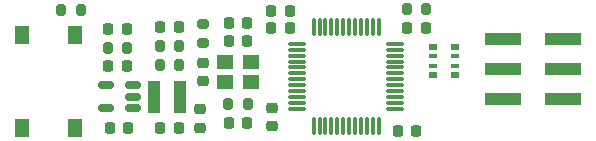
<source format=gbr>
%TF.GenerationSoftware,KiCad,Pcbnew,7.0.2*%
%TF.CreationDate,2023-06-20T04:44:58+07:00*%
%TF.ProjectId,STM32L431RCT6_prototype_board,53544d33-324c-4343-9331-524354365f70,rev?*%
%TF.SameCoordinates,Original*%
%TF.FileFunction,Paste,Top*%
%TF.FilePolarity,Positive*%
%FSLAX46Y46*%
G04 Gerber Fmt 4.6, Leading zero omitted, Abs format (unit mm)*
G04 Created by KiCad (PCBNEW 7.0.2) date 2023-06-20 04:44:58*
%MOMM*%
%LPD*%
G01*
G04 APERTURE LIST*
G04 Aperture macros list*
%AMRoundRect*
0 Rectangle with rounded corners*
0 $1 Rounding radius*
0 $2 $3 $4 $5 $6 $7 $8 $9 X,Y pos of 4 corners*
0 Add a 4 corners polygon primitive as box body*
4,1,4,$2,$3,$4,$5,$6,$7,$8,$9,$2,$3,0*
0 Add four circle primitives for the rounded corners*
1,1,$1+$1,$2,$3*
1,1,$1+$1,$4,$5*
1,1,$1+$1,$6,$7*
1,1,$1+$1,$8,$9*
0 Add four rect primitives between the rounded corners*
20,1,$1+$1,$2,$3,$4,$5,0*
20,1,$1+$1,$4,$5,$6,$7,0*
20,1,$1+$1,$6,$7,$8,$9,0*
20,1,$1+$1,$8,$9,$2,$3,0*%
G04 Aperture macros list end*
%ADD10RoundRect,0.225000X0.225000X0.250000X-0.225000X0.250000X-0.225000X-0.250000X0.225000X-0.250000X0*%
%ADD11RoundRect,0.225000X-0.225000X-0.250000X0.225000X-0.250000X0.225000X0.250000X-0.225000X0.250000X0*%
%ADD12RoundRect,0.200000X0.200000X0.275000X-0.200000X0.275000X-0.200000X-0.275000X0.200000X-0.275000X0*%
%ADD13R,0.800000X0.500000*%
%ADD14R,0.800000X0.400000*%
%ADD15RoundRect,0.225000X-0.250000X0.225000X-0.250000X-0.225000X0.250000X-0.225000X0.250000X0.225000X0*%
%ADD16R,1.000000X2.700000*%
%ADD17RoundRect,0.200000X-0.200000X-0.275000X0.200000X-0.275000X0.200000X0.275000X-0.200000X0.275000X0*%
%ADD18R,1.400000X1.200000*%
%ADD19RoundRect,0.225000X0.250000X-0.225000X0.250000X0.225000X-0.250000X0.225000X-0.250000X-0.225000X0*%
%ADD20R,3.150000X1.000000*%
%ADD21RoundRect,0.200000X0.275000X-0.200000X0.275000X0.200000X-0.275000X0.200000X-0.275000X-0.200000X0*%
%ADD22RoundRect,0.150000X0.512500X0.150000X-0.512500X0.150000X-0.512500X-0.150000X0.512500X-0.150000X0*%
%ADD23RoundRect,0.218750X0.218750X0.256250X-0.218750X0.256250X-0.218750X-0.256250X0.218750X-0.256250X0*%
%ADD24RoundRect,0.075000X-0.662500X-0.075000X0.662500X-0.075000X0.662500X0.075000X-0.662500X0.075000X0*%
%ADD25RoundRect,0.075000X-0.075000X-0.662500X0.075000X-0.662500X0.075000X0.662500X-0.075000X0.662500X0*%
%ADD26RoundRect,0.218750X-0.218750X-0.256250X0.218750X-0.256250X0.218750X0.256250X-0.218750X0.256250X0*%
%ADD27R,1.300000X1.550000*%
G04 APERTURE END LIST*
D10*
%TO.C,C10*%
X172475000Y-58500000D03*
X170925000Y-58500000D03*
%TD*%
D11*
%TO.C,C11*%
X170925000Y-67000000D03*
X172475000Y-67000000D03*
%TD*%
D12*
%TO.C,R4*%
X172525000Y-60100000D03*
X170875000Y-60100000D03*
%TD*%
D10*
%TO.C,C6*%
X181875000Y-57075000D03*
X180325000Y-57075000D03*
%TD*%
D13*
%TO.C,RN1*%
X195850000Y-62550000D03*
D14*
X195850000Y-61750000D03*
X195850000Y-60950000D03*
D13*
X195850000Y-60150000D03*
X194050000Y-60150000D03*
D14*
X194050000Y-60950000D03*
X194050000Y-61750000D03*
D13*
X194050000Y-62550000D03*
%TD*%
D11*
%TO.C,C5*%
X191825000Y-58575000D03*
X193375000Y-58575000D03*
%TD*%
D15*
%TO.C,C12*%
X174300000Y-65425000D03*
X174300000Y-66975000D03*
%TD*%
D16*
%TO.C,L1*%
X170400000Y-64400000D03*
X172600000Y-64400000D03*
%TD*%
D17*
%TO.C,R2*%
X191775000Y-56900000D03*
X193425000Y-56900000D03*
%TD*%
D18*
%TO.C,Y1*%
X176400000Y-63125000D03*
X178600000Y-63125000D03*
X178600000Y-61425000D03*
X176400000Y-61425000D03*
%TD*%
D19*
%TO.C,C2*%
X174500000Y-63050000D03*
X174500000Y-61500000D03*
%TD*%
D12*
%TO.C,R6*%
X168125000Y-60200000D03*
X166475000Y-60200000D03*
%TD*%
D20*
%TO.C,J1*%
X205025000Y-64580000D03*
X199975000Y-64580000D03*
X205025000Y-62040000D03*
X199975000Y-62040000D03*
X205025000Y-59500000D03*
X199975000Y-59500000D03*
%TD*%
D11*
%TO.C,C9*%
X166525000Y-61800000D03*
X168075000Y-61800000D03*
%TD*%
D21*
%TO.C,R7*%
X174500000Y-59825000D03*
X174500000Y-58175000D03*
%TD*%
D10*
%TO.C,C1*%
X178275000Y-59675000D03*
X176725000Y-59675000D03*
%TD*%
D22*
%TO.C,U2*%
X168600000Y-65300000D03*
X168600000Y-64350000D03*
X168600000Y-63400000D03*
X166325000Y-63400000D03*
X166325000Y-65300000D03*
%TD*%
D17*
%TO.C,R3*%
X162525000Y-57050000D03*
X164175000Y-57050000D03*
%TD*%
D11*
%TO.C,C8*%
X166625000Y-67000000D03*
X168175000Y-67000000D03*
%TD*%
D23*
%TO.C,LED1*%
X166512500Y-58600000D03*
X168087500Y-58600000D03*
%TD*%
D11*
%TO.C,C4*%
X191025000Y-67275000D03*
X192575000Y-67275000D03*
%TD*%
D15*
%TO.C,C7*%
X180400000Y-65300000D03*
X180400000Y-66850000D03*
%TD*%
D10*
%TO.C,C3*%
X181875000Y-58575000D03*
X180325000Y-58575000D03*
%TD*%
D12*
%TO.C,R1*%
X178325000Y-64975000D03*
X176675000Y-64975000D03*
%TD*%
D24*
%TO.C,U1*%
X182487500Y-59887500D03*
X182487500Y-60387500D03*
X182487500Y-60887500D03*
X182487500Y-61387500D03*
X182487500Y-61887500D03*
X182487500Y-62387500D03*
X182487500Y-62887500D03*
X182487500Y-63387500D03*
X182487500Y-63887500D03*
X182487500Y-64387500D03*
X182487500Y-64887500D03*
X182487500Y-65387500D03*
D25*
X183900000Y-66800000D03*
X184400000Y-66800000D03*
X184900000Y-66800000D03*
X185400000Y-66800000D03*
X185900000Y-66800000D03*
X186400000Y-66800000D03*
X186900000Y-66800000D03*
X187400000Y-66800000D03*
X187900000Y-66800000D03*
X188400000Y-66800000D03*
X188900000Y-66800000D03*
X189400000Y-66800000D03*
D24*
X190812500Y-65387500D03*
X190812500Y-64887500D03*
X190812500Y-64387500D03*
X190812500Y-63887500D03*
X190812500Y-63387500D03*
X190812500Y-62887500D03*
X190812500Y-62387500D03*
X190812500Y-61887500D03*
X190812500Y-61387500D03*
X190812500Y-60887500D03*
X190812500Y-60387500D03*
X190812500Y-59887500D03*
D25*
X189400000Y-58475000D03*
X188900000Y-58475000D03*
X188400000Y-58475000D03*
X187900000Y-58475000D03*
X187400000Y-58475000D03*
X186900000Y-58475000D03*
X186400000Y-58475000D03*
X185900000Y-58475000D03*
X185400000Y-58475000D03*
X184900000Y-58475000D03*
X184400000Y-58475000D03*
X183900000Y-58475000D03*
%TD*%
D17*
%TO.C,R5*%
X170875000Y-61700000D03*
X172525000Y-61700000D03*
%TD*%
D26*
%TO.C,FB1*%
X176712500Y-66575000D03*
X178287500Y-66575000D03*
%TD*%
D23*
%TO.C,LED2*%
X176712500Y-58100000D03*
X178287500Y-58100000D03*
%TD*%
D27*
%TO.C,S1*%
X159200140Y-67049950D03*
X159200140Y-59100000D03*
X163700000Y-67049950D03*
X163700000Y-59100000D03*
%TD*%
M02*

</source>
